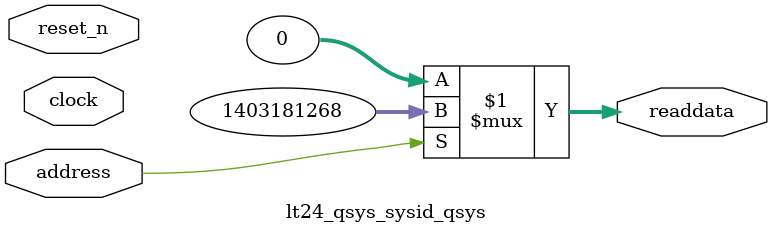
<source format=v>

`timescale 1ns / 1ps
// synthesis translate_on

// turn off superfluous verilog processor warnings 
// altera message_level Level1 
// altera message_off 10034 10035 10036 10037 10230 10240 10030 

module lt24_qsys_sysid_qsys (
               // inputs:
                address,
                clock,
                reset_n,

               // outputs:
                readdata
             )
;

  output  [ 31: 0] readdata;
  input            address;
  input            clock;
  input            reset_n;

  wire    [ 31: 0] readdata;
  //control_slave, which is an e_avalon_slave
  assign readdata = address ? 1403181268 : 0;

endmodule




</source>
